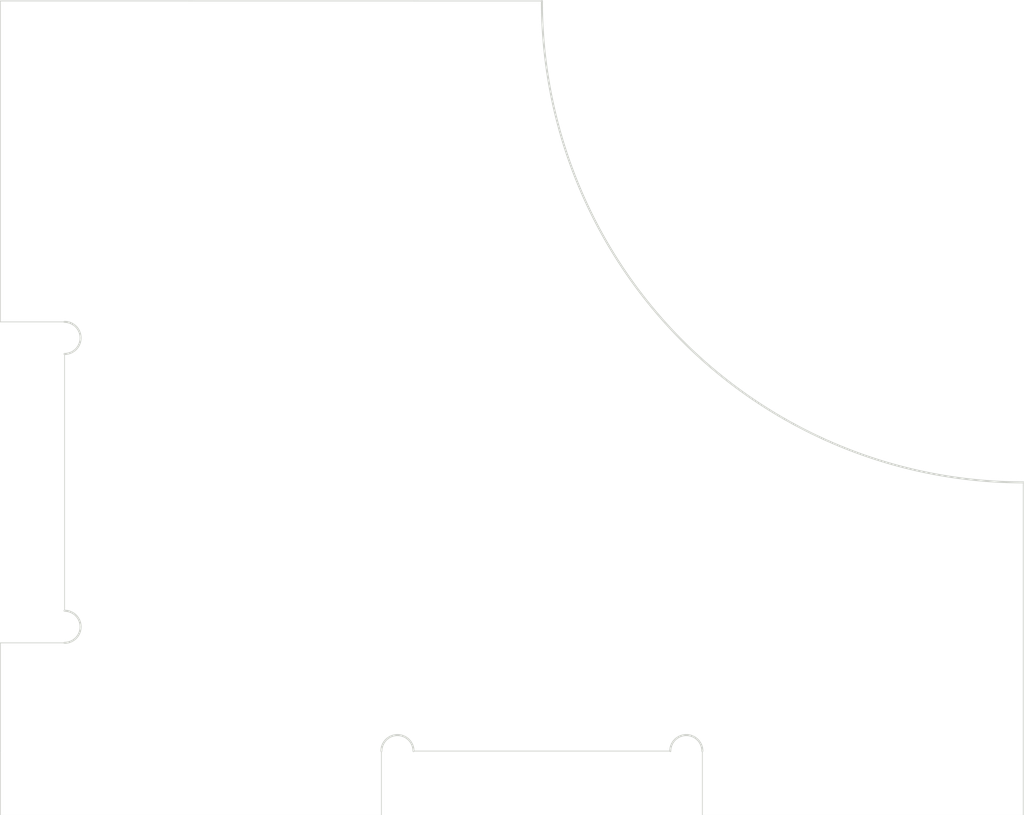
<source format=kicad_pcb>
(kicad_pcb (version 20171130) (host pcbnew 5.1.5+dfsg1-2build2)

  (general
    (thickness 1.6)
    (drawings 19)
    (tracks 0)
    (zones 0)
    (modules 0)
    (nets 1)
  )

  (page A4)
  (layers
    (0 F.Cu signal)
    (31 B.Cu signal)
    (32 B.Adhes user)
    (33 F.Adhes user)
    (34 B.Paste user)
    (35 F.Paste user)
    (36 B.SilkS user)
    (37 F.SilkS user)
    (38 B.Mask user)
    (39 F.Mask user)
    (40 Dwgs.User user)
    (41 Cmts.User user)
    (42 Eco1.User user)
    (43 Eco2.User user)
    (44 Edge.Cuts user)
    (45 Margin user)
    (46 B.CrtYd user)
    (47 F.CrtYd user)
    (48 B.Fab user)
    (49 F.Fab user)
  )

  (setup
    (last_trace_width 0.35)
    (trace_clearance 0.25)
    (zone_clearance 0.508)
    (zone_45_only no)
    (trace_min 0.3)
    (via_size 0.8)
    (via_drill 0.4)
    (via_min_size 0.5)
    (via_min_drill 0.4)
    (uvia_size 0.3)
    (uvia_drill 0.1)
    (uvias_allowed no)
    (uvia_min_size 0.2)
    (uvia_min_drill 0.1)
    (edge_width 0.05)
    (segment_width 0.2)
    (pcb_text_width 0.3)
    (pcb_text_size 1.5 1.5)
    (mod_edge_width 0.12)
    (mod_text_size 1 1)
    (mod_text_width 0.15)
    (pad_size 1.524 1.524)
    (pad_drill 0.762)
    (pad_to_mask_clearance 0.051)
    (solder_mask_min_width 0.25)
    (aux_axis_origin 0 0)
    (visible_elements FFFFFF7F)
    (pcbplotparams
      (layerselection 0x010fc_ffffffff)
      (usegerberextensions false)
      (usegerberattributes false)
      (usegerberadvancedattributes false)
      (creategerberjobfile false)
      (excludeedgelayer true)
      (linewidth 0.100000)
      (plotframeref false)
      (viasonmask false)
      (mode 1)
      (useauxorigin false)
      (hpglpennumber 1)
      (hpglpenspeed 20)
      (hpglpendiameter 15.000000)
      (psnegative false)
      (psa4output false)
      (plotreference true)
      (plotvalue true)
      (plotinvisibletext false)
      (padsonsilk false)
      (subtractmaskfromsilk false)
      (outputformat 1)
      (mirror false)
      (drillshape 1)
      (scaleselection 1)
      (outputdirectory ""))
  )

  (net 0 "")

  (net_class Default "This is the default net class."
    (clearance 0.25)
    (trace_width 0.35)
    (via_dia 0.8)
    (via_drill 0.4)
    (uvia_dia 0.3)
    (uvia_drill 0.1)
    (diff_pair_width 0.3)
    (diff_pair_gap 0.25)
  )

  (net_class Power ""
    (clearance 0.25)
    (trace_width 0.45)
    (via_dia 1)
    (via_drill 0.4)
    (uvia_dia 0.3)
    (uvia_drill 0.1)
    (diff_pair_width 0.3)
    (diff_pair_gap 0.25)
  )

  (gr_line (start 70.8795 116.601) (end 62.9805 116.601) (layer Edge.Cuts) (width 0.02) (tstamp 5F32150B))
  (gr_line (start 61.3815 114.999) (end 61.3815 112.3) (layer Edge.Cuts) (width 0.02) (tstamp 5F321509))
  (gr_line (start 62.9805 111.5) (end 62.9805 105.099) (layer Edge.Cuts) (width 0.02) (tstamp 5F321505))
  (gr_line (start 86.8805 108.3) (end 86.8805 116.601) (layer Edge.Cuts) (width 0.02) (tstamp 5F321503))
  (gr_line (start 78.0805 114.999) (end 71.6795 114.999) (layer Edge.Cuts) (width 0.02) (tstamp 5F321501))
  (gr_line (start 61.3815 104.299) (end 61.3815 96.298) (layer Edge.Cuts) (width 0.02) (tstamp 5F321500))
  (gr_arc (start 86.8805 96.3) (end 86.8805 108.3) (angle 90) (layer Edge.Cuts) (width 0.05) (tstamp 5F3214FE))
  (gr_line (start 61.3815 96.298) (end 74.8805 96.3) (layer Edge.Cuts) (width 0.02) (tstamp 5F3214FC))
  (gr_arc (start 78.4805 114.999) (end 78.0805 114.999) (angle 180) (layer Edge.Cuts) (width 0.05) (tstamp 5F3214FB))
  (gr_arc (start 71.2795 114.999) (end 70.8795 114.999) (angle 180) (layer Edge.Cuts) (width 0.05) (tstamp 5F3214F7))
  (gr_line (start 62.9805 104.299) (end 61.3815 104.299) (layer Edge.Cuts) (width 0.02) (tstamp 5F3214F6))
  (gr_line (start 61.3815 112.3) (end 62.9805 112.3) (layer Edge.Cuts) (width 0.02) (tstamp 5F3214F4))
  (gr_line (start 62.9805 116.601) (end 61.3815 116.601) (layer Edge.Cuts) (width 0.02) (tstamp 5F3214F3))
  (gr_line (start 78.8805 116.601) (end 78.8805 114.999) (layer Edge.Cuts) (width 0.02) (tstamp 5F3214F2))
  (gr_line (start 86.8805 116.601) (end 78.8805 116.601) (layer Edge.Cuts) (width 0.02) (tstamp 5F3214ED))
  (gr_line (start 70.8795 114.999) (end 70.8795 116.601) (layer Edge.Cuts) (width 0.02) (tstamp 5F3214EB))
  (gr_line (start 61.3815 116.601) (end 61.3815 114.999) (layer Edge.Cuts) (width 0.02) (tstamp 5F3214EA))
  (gr_arc (start 62.9805 104.699) (end 62.9805 104.299) (angle 180) (layer Edge.Cuts) (width 0.05) (tstamp 5F3214E8))
  (gr_arc (start 62.9805 111.9) (end 62.9805 111.5) (angle 180) (layer Edge.Cuts) (width 0.05) (tstamp 5F3214E7))

)

</source>
